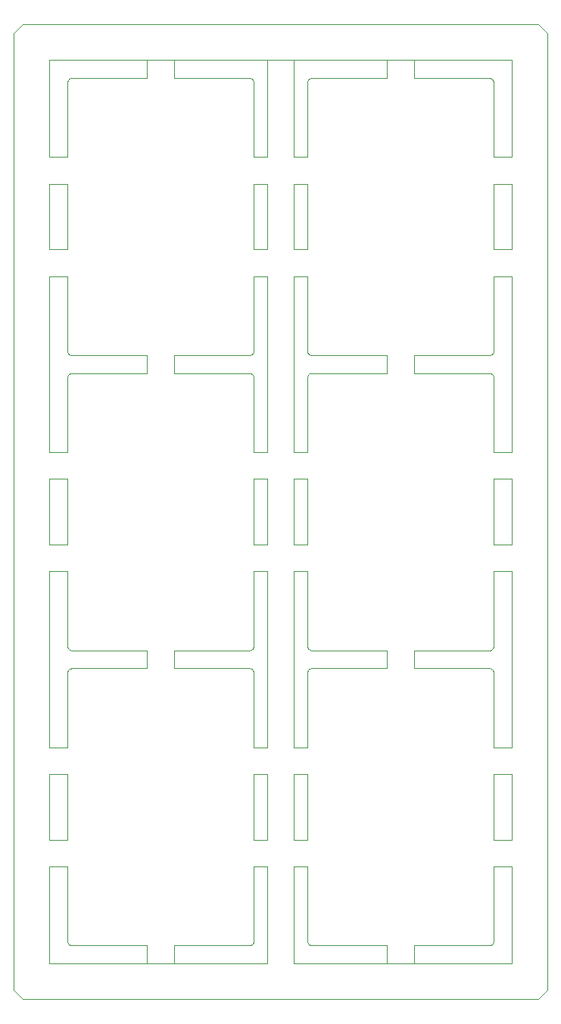
<source format=gbr>
%TF.GenerationSoftware,KiCad,Pcbnew,(6.0.0)*%
%TF.CreationDate,2022-01-18T21:24:02-05:00*%
%TF.ProjectId,WSOIC-24_7.5mm PANEL,57534f49-432d-4323-945f-372e356d6d20,rev?*%
%TF.SameCoordinates,Original*%
%TF.FileFunction,Profile,NP*%
%FSLAX46Y46*%
G04 Gerber Fmt 4.6, Leading zero omitted, Abs format (unit mm)*
G04 Created by KiCad (PCBNEW (6.0.0)) date 2022-01-18 21:24:02*
%MOMM*%
%LPD*%
G01*
G04 APERTURE LIST*
%TA.AperFunction,Profile*%
%ADD10C,0.100000*%
%TD*%
G04 APERTURE END LIST*
D10*
X60412210Y-100936829D02*
X60408733Y-100910408D01*
X39773653Y-131357558D02*
X39794835Y-131373812D01*
X60359530Y-100758950D02*
X60332893Y-100712809D01*
X60359530Y-67770945D02*
X60346790Y-67747480D01*
X60113001Y-98439007D02*
X60137101Y-98427512D01*
X51499997Y-65493302D02*
X59905996Y-65494997D01*
X61910998Y-56664331D02*
X61910998Y-76321001D01*
X59909999Y-100479000D02*
X51499997Y-100479852D01*
X39587888Y-76321001D02*
X37587997Y-76321001D01*
X89240003Y-112310336D02*
X89240003Y-119639672D01*
X48499997Y-100480156D02*
X40093996Y-100481008D01*
X39962283Y-100498345D02*
X39936682Y-100505928D01*
X89240003Y-43335664D02*
X87242447Y-43335664D01*
X66411892Y-122639672D02*
X66413004Y-130962034D01*
X60414996Y-68002003D02*
X60412210Y-67948824D01*
X87240212Y-34960767D02*
X87231886Y-34908196D01*
X48499997Y-34506695D02*
X40093970Y-34504998D01*
X64912998Y-119639672D02*
X64912998Y-112310336D01*
X78326002Y-34507302D02*
X78326002Y-32506998D01*
X39962283Y-131453670D02*
X40014397Y-131464744D01*
X66622800Y-34602224D02*
X66581436Y-34635720D01*
X87199008Y-67794998D02*
X87174823Y-67747526D01*
X87241756Y-119639672D02*
X87242247Y-112310336D01*
X60381198Y-67819618D02*
X60359530Y-67770945D01*
X86813654Y-98476731D02*
X86865717Y-98465665D01*
X87241000Y-64989971D02*
X87241556Y-56664331D01*
X60414297Y-98000668D02*
X60411000Y-97969946D01*
X39588999Y-100990061D02*
X39587888Y-109310336D01*
X66622842Y-65397802D02*
X66667481Y-65426791D01*
X59959227Y-100483799D02*
X59909999Y-100479000D01*
X59959227Y-34507789D02*
X59932550Y-34505694D01*
X66581436Y-65364275D02*
X66622842Y-65397802D01*
X59909927Y-34508999D02*
X51499997Y-34507301D01*
X66895338Y-65494298D02*
X66920066Y-65491000D01*
X60137101Y-34560488D02*
X60088430Y-34538815D01*
X66510199Y-98273164D02*
X66543726Y-98314570D01*
X39734098Y-67642067D02*
X39698446Y-67681659D01*
X60414297Y-130988673D02*
X60411000Y-130959942D01*
X87054347Y-131357558D02*
X87093902Y-131321943D01*
X39962233Y-34522349D02*
X39911563Y-34538815D01*
X89240003Y-76321001D02*
X87242447Y-76321001D01*
X86891268Y-131446103D02*
X86941008Y-131427012D01*
X86734003Y-65494997D02*
X86787182Y-65492211D01*
X60088381Y-65461199D02*
X60137054Y-65439531D01*
X89240003Y-86651002D02*
X87241756Y-86651002D01*
X87011246Y-98400871D02*
X87054307Y-98369586D01*
X87011246Y-65412866D02*
X87054307Y-65381581D01*
X39667128Y-131239250D02*
X39698446Y-131282351D01*
X66739619Y-131437209D02*
X66790240Y-131453656D01*
X39862892Y-100536498D02*
X39816754Y-100563139D01*
X39591260Y-98053602D02*
X39596125Y-98079855D01*
X87129554Y-98294346D02*
X87160872Y-98251245D01*
X60412210Y-67948824D02*
X60408725Y-67922352D01*
X39682192Y-34714836D02*
X39653177Y-34759521D01*
X87174823Y-131216484D02*
X87198987Y-131169060D01*
X37587997Y-76321001D02*
X37587997Y-56664331D01*
X61910998Y-112310336D02*
X61910998Y-119639672D01*
X66419275Y-67922352D02*
X66413707Y-67975282D01*
X61910998Y-86651002D02*
X60412509Y-86651002D01*
X66430341Y-100858294D02*
X66419275Y-100910357D01*
X39587888Y-109310336D02*
X37587997Y-109310336D01*
X66495107Y-67724804D02*
X66468470Y-67770945D01*
X39698413Y-65306301D02*
X39734061Y-65345896D01*
X59932550Y-34505694D02*
X59909927Y-34508999D01*
X66919999Y-131471000D02*
X75326002Y-131471003D01*
X60359506Y-98205107D02*
X60371001Y-98181007D01*
X66868825Y-34507784D02*
X66842353Y-34511269D01*
X60284274Y-131302575D02*
X60317770Y-131261211D01*
X39640487Y-65217102D02*
X39667128Y-65263240D01*
X39640463Y-67770945D02*
X39618795Y-67819618D01*
X39667100Y-100712809D02*
X39640463Y-100758950D01*
X39862892Y-34560488D02*
X39816798Y-34587101D01*
X86891318Y-34529918D02*
X86865717Y-34522335D01*
X66622842Y-67590198D02*
X66601660Y-67606452D01*
X60205158Y-100578203D02*
X60160473Y-100549188D01*
X61910998Y-89651002D02*
X61910998Y-109310336D01*
X37587997Y-112310336D02*
X39587488Y-112310336D01*
X87242447Y-109310336D02*
X87242307Y-100963395D01*
X66562105Y-98333938D02*
X66601660Y-98369553D01*
X39596125Y-131067860D02*
X39609901Y-131119272D01*
X60183239Y-98400871D02*
X60226300Y-98369586D01*
X39962283Y-67510340D02*
X39936682Y-67517923D01*
X87145808Y-131261169D02*
X87174823Y-131216484D01*
X78326002Y-67490698D02*
X78326002Y-65493301D01*
X66562068Y-67642104D02*
X66526420Y-67681699D01*
X66411892Y-56664331D02*
X66413703Y-65012663D01*
X66468494Y-34782893D02*
X66456999Y-34806993D01*
X37587997Y-46335664D02*
X39587487Y-46335664D01*
X60390092Y-34856733D02*
X60371001Y-34806993D01*
X60414300Y-65012551D02*
X60411000Y-64989927D01*
X39585693Y-65012610D02*
X39591260Y-65065597D01*
X39587788Y-34960767D02*
X39585693Y-34987444D01*
X61910998Y-32505998D02*
X61910998Y-43335664D01*
X39839474Y-65426791D02*
X39886944Y-65450981D01*
X66921977Y-67493003D02*
X66868825Y-67495789D01*
X64912998Y-112310336D02*
X66410512Y-112310336D01*
X60160519Y-65426791D02*
X60205158Y-65397802D01*
X87243003Y-35013971D02*
X87240212Y-34960767D01*
X66446802Y-131144392D02*
X66468470Y-131193065D01*
X86813654Y-65488726D02*
X86865717Y-65477660D01*
X39698446Y-131282351D02*
X39734061Y-131321906D01*
X60397659Y-100858294D02*
X60381198Y-100807623D01*
X60011798Y-100492125D02*
X59959227Y-100483799D01*
X66410112Y-43335664D02*
X64912998Y-43335664D01*
X60397659Y-65117711D02*
X60408733Y-65065597D01*
X64912998Y-53664331D02*
X64912998Y-46335664D01*
X39734098Y-34654062D02*
X39715719Y-34673430D01*
X86988480Y-67561183D02*
X86941008Y-67536998D01*
X60063261Y-67517907D02*
X60011798Y-67504120D01*
X60265932Y-100630109D02*
X60226340Y-100594457D01*
X33586997Y-29503998D02*
X33586997Y-136472007D01*
X66667527Y-131402827D02*
X66714951Y-131426991D01*
X51499997Y-98482153D02*
X59905996Y-98483002D01*
X86988480Y-131402827D02*
X87011246Y-131388876D01*
X66415790Y-131015186D02*
X66419267Y-131041607D01*
X39618795Y-67819618D02*
X39602334Y-67870289D01*
X39586508Y-53664331D02*
X37587997Y-53664331D01*
X66468470Y-67770945D02*
X66446802Y-67819618D01*
X37587997Y-43335664D02*
X37587997Y-32505998D01*
X39628992Y-98181007D02*
X39653177Y-98228479D01*
X89240003Y-46335664D02*
X89240003Y-53664331D01*
X37587997Y-133470007D02*
X37587997Y-122639672D01*
X39591260Y-100910408D02*
X39585693Y-100963443D01*
X66409000Y-68000000D02*
X66410111Y-76321001D01*
X60359530Y-65217055D02*
X60381198Y-65168382D01*
X66526420Y-67681699D02*
X66495107Y-67724804D01*
X78326002Y-65493301D02*
X86734003Y-65494997D01*
X39609901Y-98131267D02*
X39628992Y-98181007D01*
X64912998Y-79321001D02*
X66410512Y-79321001D01*
X37587997Y-119639672D02*
X37587997Y-112310336D01*
X60370980Y-131169060D02*
X60381198Y-131144392D01*
X59959175Y-65492211D02*
X59985647Y-65488726D01*
X89240003Y-89651002D02*
X89240003Y-109310336D01*
X60408725Y-67922352D02*
X60397645Y-67870239D01*
X59985596Y-98476739D02*
X60011849Y-98471874D01*
X86760669Y-34505697D02*
X86729946Y-34508999D01*
X86734003Y-98483002D02*
X86787182Y-98480216D01*
X60205200Y-67590229D02*
X60183195Y-67575106D01*
X87129554Y-65306341D02*
X87160872Y-65263240D01*
X60408733Y-65065597D02*
X60414300Y-65012551D01*
X87187513Y-98205107D02*
X87209186Y-98156436D01*
X39753429Y-65364275D02*
X39794835Y-65397802D01*
X60411000Y-64989927D02*
X60412110Y-56664331D01*
X66868825Y-100483794D02*
X66842353Y-100487279D01*
X48499997Y-32506998D02*
X48499997Y-34506695D01*
X34585997Y-28504998D02*
X33586997Y-29503998D01*
X60332893Y-65263196D02*
X60359530Y-65217055D01*
X60226340Y-65381548D02*
X60265932Y-65345896D01*
X66430341Y-67870289D02*
X66419275Y-67922352D01*
X39667128Y-65263240D02*
X39698413Y-65306301D01*
X60317801Y-34714836D02*
X60284274Y-34673430D01*
X60332893Y-100712809D02*
X60301580Y-100669704D01*
X39936682Y-98458082D02*
X39962283Y-98465665D01*
X66842353Y-67499274D02*
X66790290Y-67510340D01*
X64912998Y-43335664D02*
X64912998Y-32505998D01*
X39734061Y-98333901D02*
X39773653Y-98369553D01*
X78326002Y-98482153D02*
X86734003Y-98483002D01*
X39585693Y-100963443D02*
X39588999Y-100990061D01*
X60246603Y-34635755D02*
X60226300Y-34618414D01*
X89240003Y-32505998D02*
X89240003Y-43335664D01*
X60137101Y-67548493D02*
X60088430Y-67526820D01*
X66446802Y-67819618D02*
X66430341Y-67870289D01*
X60265895Y-131321943D02*
X60284274Y-131302575D01*
X66468470Y-131193065D02*
X66495107Y-131239206D01*
X66868825Y-67495789D02*
X66842353Y-67499274D01*
X39936682Y-100505928D02*
X39886992Y-100525003D01*
X86813603Y-67499266D02*
X86730076Y-67489002D01*
X66790290Y-34522335D02*
X66739619Y-34538796D01*
X39667128Y-98251245D02*
X39698446Y-98294346D01*
X66437924Y-65143312D02*
X66456999Y-65193002D01*
X40067331Y-131470308D02*
X48499997Y-131471003D01*
X87199008Y-34806993D02*
X87174823Y-34759521D01*
X87231875Y-67896150D02*
X87218083Y-67844688D01*
X87241556Y-56664331D02*
X89240003Y-56664331D01*
X87174823Y-100735531D02*
X87145808Y-100690846D01*
X89240003Y-119639672D02*
X87241756Y-119639672D01*
X60413487Y-79321001D02*
X61910998Y-79321001D01*
X60246603Y-67623760D02*
X60205200Y-67590229D01*
X66644805Y-34587101D02*
X66622800Y-34602224D01*
X66526453Y-131282351D02*
X66562105Y-131321943D01*
X61910998Y-79321001D02*
X61910998Y-86651002D01*
X66842404Y-98476739D02*
X66895338Y-98482303D01*
X93241003Y-136472007D02*
X93241003Y-29503998D01*
X66419275Y-100910357D02*
X66413707Y-100963294D01*
X39698446Y-98294346D02*
X39734061Y-98333901D01*
X59985647Y-131464736D02*
X60037710Y-131453670D01*
X59910102Y-67489005D02*
X51499997Y-67490698D01*
X66468470Y-100758950D02*
X66446802Y-100807623D01*
X60183195Y-67575106D02*
X60137101Y-67548493D01*
X86865717Y-65477660D02*
X86891318Y-65470077D01*
X60284274Y-34673430D02*
X60246603Y-34635755D01*
X66410512Y-79321001D02*
X66411491Y-86651002D01*
X66419267Y-131041607D02*
X66430341Y-131093721D01*
X61910998Y-53664331D02*
X60412510Y-53664331D01*
X66415790Y-98027181D02*
X66419275Y-98053653D01*
X39609901Y-34856733D02*
X39596125Y-34908145D01*
X87241756Y-86651002D02*
X87242247Y-79321001D01*
X66622842Y-100578203D02*
X66601660Y-100594457D01*
X89240003Y-56664331D02*
X89240003Y-76321001D01*
X39839520Y-131402827D02*
X39886944Y-131426991D01*
X48499997Y-133469007D02*
X51499997Y-133469007D01*
X66413703Y-65012663D02*
X66419267Y-65065597D01*
X60284274Y-67661435D02*
X60246603Y-67623760D01*
X66816202Y-131459890D02*
X66868773Y-131468216D01*
X60412109Y-89651002D02*
X61910998Y-89651002D01*
X60412205Y-34960767D02*
X60403868Y-34908145D01*
X60408733Y-98053602D02*
X60414297Y-98000668D01*
X66601700Y-131357591D02*
X66644761Y-131388876D01*
X51499997Y-32506998D02*
X48499997Y-32506998D01*
X60371001Y-98181007D02*
X60390076Y-98131317D01*
X40014397Y-131464744D02*
X40067331Y-131470308D01*
X61910998Y-119639672D02*
X60412509Y-119639672D01*
X87074571Y-34635720D02*
X87033165Y-34602193D01*
X66419267Y-34934398D02*
X66413708Y-34987269D01*
X61910998Y-109310336D02*
X60413887Y-109310336D01*
X60011849Y-98471874D02*
X60063311Y-98458082D01*
X60371001Y-34806993D02*
X60346816Y-34759521D01*
X87242247Y-46335664D02*
X89240003Y-46335664D01*
X66409000Y-35010000D02*
X66410112Y-43335664D01*
X39962283Y-65477660D02*
X40014397Y-65488734D01*
X60301580Y-65306301D02*
X60332893Y-65263196D01*
X66410111Y-76321001D02*
X64912998Y-76321001D01*
X40067331Y-98482303D02*
X40090028Y-98481000D01*
X66413707Y-67975282D02*
X66409000Y-68000000D01*
X51499997Y-133469007D02*
X51499997Y-131471004D01*
X39584997Y-130962034D02*
X39587788Y-131015238D01*
X48499997Y-67491304D02*
X40093996Y-67493003D01*
X60113049Y-100525024D02*
X60088381Y-100514806D01*
X59985596Y-67499266D02*
X59932725Y-67493707D01*
X66446802Y-98156387D02*
X66468470Y-98205060D01*
X89240003Y-79321001D02*
X89240003Y-86651002D01*
X60413887Y-109310336D02*
X60414996Y-100989981D01*
X66790290Y-65477660D02*
X66842404Y-65488734D01*
X39886944Y-98438986D02*
X39936682Y-98458082D01*
X39816754Y-100563139D02*
X39773693Y-100594424D01*
X87236732Y-98053653D02*
X87242304Y-98000668D01*
X60414996Y-35013971D02*
X60412205Y-34960767D01*
X87225666Y-100858294D02*
X87218083Y-100832693D01*
X60397659Y-98105716D02*
X60408733Y-98053602D01*
X86865717Y-98465665D02*
X86891318Y-98458082D01*
X66714999Y-98439007D02*
X66764689Y-98458082D01*
X60412509Y-119639672D02*
X60413487Y-112310336D01*
X87231886Y-34908196D02*
X87218099Y-34856733D01*
X60412110Y-56664331D02*
X61910998Y-56664331D01*
X39911563Y-34538815D02*
X39862892Y-34560488D01*
X86787182Y-65492211D02*
X86813654Y-65488726D01*
X66468494Y-65217102D02*
X66495135Y-65263240D01*
X87242447Y-76321001D02*
X87242307Y-67975390D01*
X37587997Y-79321001D02*
X39587488Y-79321001D01*
X75326002Y-100480156D02*
X66922003Y-100481008D01*
X39988195Y-34516115D02*
X39962233Y-34522349D01*
X86941008Y-67536998D02*
X86891318Y-67517923D01*
X61910998Y-133470007D02*
X37587997Y-133470007D01*
X66526453Y-34693654D02*
X66510199Y-34714836D01*
X64912998Y-109310336D02*
X64912998Y-89651002D01*
X39698446Y-67681659D02*
X39667100Y-67724804D01*
X87054347Y-67606452D02*
X87011246Y-67575134D01*
X60037710Y-65477660D02*
X60088381Y-65461199D01*
X87241556Y-89651002D02*
X89240003Y-89651002D01*
X87242307Y-100963395D02*
X87236740Y-100910408D01*
X39628992Y-34806993D02*
X39609901Y-34856733D01*
X66526420Y-65306301D02*
X66562068Y-65345896D01*
X39628992Y-65193002D02*
X39640487Y-65217102D01*
X60408733Y-131041607D02*
X60414297Y-130988673D01*
X86916437Y-100514825D02*
X86891268Y-100505912D01*
X39886944Y-131426991D02*
X39936682Y-131446087D01*
X61910998Y-76321001D02*
X60413887Y-76321001D01*
X60301580Y-98294306D02*
X60332893Y-98251201D01*
X89240003Y-109310336D02*
X87242447Y-109310336D01*
X39816754Y-67575134D02*
X39773693Y-67606419D01*
X66601660Y-100594457D02*
X66562068Y-100630109D01*
X75326002Y-98481849D02*
X75326002Y-100480156D01*
X87054307Y-65381581D02*
X87093902Y-65345933D01*
X40093996Y-100481008D02*
X40040818Y-100483794D01*
X60137101Y-98427512D02*
X60183239Y-98400871D01*
X60205158Y-65397802D02*
X60226340Y-65381548D01*
X87198987Y-131169060D02*
X87218083Y-131119322D01*
X39586108Y-56664331D02*
X39585693Y-65012610D01*
X87033165Y-34602193D02*
X86988526Y-34573204D01*
X66430341Y-65117711D02*
X66437924Y-65143312D01*
X87218099Y-34856733D02*
X87199008Y-34806993D01*
X86941008Y-98439007D02*
X86988480Y-98414822D01*
X66739619Y-65461199D02*
X66790290Y-65477660D01*
X66816151Y-98471874D02*
X66842404Y-98476739D01*
X39628992Y-131169012D02*
X39653177Y-131216484D01*
X93241003Y-29503998D02*
X92242003Y-28504998D01*
X66510199Y-34714836D02*
X66495107Y-34736799D01*
X66430341Y-131093721D02*
X66446802Y-131144392D01*
X66667481Y-65426791D02*
X66714951Y-65450981D01*
X60403868Y-34908145D02*
X60390092Y-34856733D01*
X86787234Y-131468216D02*
X86839805Y-131459890D01*
X66411892Y-89651002D02*
X66413004Y-97974003D01*
X66495107Y-34736799D02*
X66468494Y-34782893D01*
X66419275Y-98053653D02*
X66430355Y-98105766D01*
X66764689Y-98458082D02*
X66816151Y-98471874D01*
X66644761Y-131388876D02*
X66667527Y-131402827D01*
X51499997Y-131471004D02*
X59905996Y-131471007D01*
X86891318Y-98458082D02*
X86941008Y-98439007D01*
X66790290Y-100498345D02*
X66739619Y-100514806D01*
X39715719Y-34673430D02*
X39682192Y-34714836D01*
X34585997Y-137471007D02*
X92242003Y-137471007D01*
X60246603Y-98352245D02*
X60284239Y-98314609D01*
X39653177Y-131216484D02*
X39667128Y-131239250D01*
X86839805Y-100492125D02*
X86787234Y-100483799D01*
X60346816Y-131216484D02*
X60370980Y-131169060D01*
X87236740Y-131041607D02*
X87242304Y-130988673D01*
X37587997Y-32505998D02*
X89240003Y-32505998D01*
X78326002Y-133469007D02*
X78326002Y-131471004D01*
X86839856Y-67504131D02*
X86813603Y-67499266D01*
X66456999Y-65193002D02*
X66468494Y-65217102D01*
X60063311Y-98458082D02*
X60113001Y-98439007D01*
X39609901Y-65143262D02*
X39628992Y-65193002D01*
X40014346Y-67499274D02*
X39962283Y-67510340D01*
X66644761Y-98400871D02*
X66667527Y-98414822D01*
X78326002Y-131471004D02*
X86734030Y-131471007D01*
X40040818Y-34507784D02*
X39988195Y-34516115D01*
X66410512Y-46335664D02*
X66411491Y-53664331D01*
X60332893Y-98251201D02*
X60359506Y-98205107D01*
X48499997Y-98481850D02*
X48499997Y-100480156D01*
X87242304Y-130988673D02*
X87241000Y-130959977D01*
X66424121Y-34908196D02*
X66419267Y-34934398D01*
X87209186Y-65168431D02*
X87225652Y-65117761D01*
X40090072Y-65491000D02*
X48499997Y-65492696D01*
X66562068Y-100630109D02*
X66526420Y-100669704D01*
X87236732Y-65065648D02*
X87242304Y-65012663D01*
X59932662Y-98482303D02*
X59985596Y-98476739D01*
X39596125Y-34908145D02*
X39587788Y-34960767D01*
X87033207Y-100578234D02*
X87011202Y-100563111D01*
X86730088Y-100479003D02*
X78326002Y-100479851D01*
X39587487Y-46335664D02*
X39586508Y-53664331D01*
X66667527Y-67561183D02*
X66622842Y-67590198D01*
X60088430Y-67526820D02*
X60063261Y-67517907D01*
X66739619Y-67526801D02*
X66714951Y-67537019D01*
X66437924Y-34856683D02*
X66424121Y-34908196D01*
X60413887Y-43335664D02*
X60414996Y-35013971D01*
X86941056Y-34549014D02*
X86891318Y-34529918D01*
X87242247Y-112310336D02*
X89240003Y-112310336D01*
X61910998Y-43335664D02*
X60413887Y-43335664D01*
X86813603Y-34511261D02*
X86760669Y-34505697D01*
X59959175Y-131468221D02*
X59985647Y-131464736D01*
X39734061Y-65345896D02*
X39753429Y-65364275D01*
X87174823Y-34759521D02*
X87160872Y-34736755D01*
X64912998Y-46335664D02*
X66410512Y-46335664D01*
X87145808Y-100690846D02*
X87112281Y-100649440D01*
X66562105Y-131321943D02*
X66601700Y-131357591D01*
X87054307Y-98369586D02*
X87093902Y-98333938D01*
X66411491Y-119639672D02*
X64912998Y-119639672D01*
X64912998Y-89651002D02*
X66411892Y-89651002D01*
X39588999Y-35010072D02*
X39587888Y-43335664D01*
X86734030Y-131471007D02*
X86787234Y-131468216D01*
X39596125Y-98079855D02*
X39609901Y-98131267D01*
X60137101Y-131415517D02*
X60183195Y-131388904D01*
X39734061Y-131321906D02*
X39773653Y-131357558D01*
X39587488Y-79321001D02*
X39586509Y-86651002D01*
X39602334Y-100858294D02*
X39591260Y-100910408D01*
X87093902Y-131321943D02*
X87129554Y-131282351D01*
X66411491Y-86651002D02*
X64912998Y-86651002D01*
X75326002Y-67491304D02*
X66921977Y-67493003D01*
X40093996Y-67493003D02*
X40040818Y-67495789D01*
X75326002Y-133469007D02*
X78326002Y-133469007D01*
X86891318Y-65470077D02*
X86941008Y-65451002D01*
X87074610Y-100611765D02*
X87033207Y-100578234D01*
X60011798Y-34516115D02*
X59959227Y-34507789D01*
X66562068Y-34654099D02*
X66526453Y-34693654D01*
X60412509Y-86651002D02*
X60413487Y-79321001D01*
X75326002Y-32506998D02*
X75326002Y-34506695D01*
X39602334Y-67870289D02*
X39591260Y-67922403D01*
X60088381Y-131437209D02*
X60137101Y-131415517D01*
X40093970Y-34504998D02*
X40040818Y-34507784D01*
X39587488Y-112310336D02*
X39586509Y-119639672D01*
X64912998Y-122639672D02*
X66411892Y-122639672D01*
X86965108Y-100536498D02*
X86916437Y-100514825D01*
X60411000Y-130959942D02*
X60412109Y-122639672D01*
X86891268Y-100505912D02*
X86839805Y-100492125D01*
X39586108Y-122639672D02*
X39584997Y-130962034D01*
X66430355Y-98105766D02*
X66446802Y-98156387D01*
X51499997Y-34507301D02*
X51499997Y-32506998D01*
X39586108Y-89651002D02*
X39585693Y-98000615D01*
X87218083Y-67844688D02*
X87199008Y-67794998D01*
X40014346Y-100487279D02*
X39962283Y-100498345D01*
X66446802Y-100807623D02*
X66430341Y-100858294D01*
X86787182Y-98480216D02*
X86813654Y-98476731D01*
X87011202Y-100563111D02*
X86965108Y-100536498D01*
X39640463Y-100758950D02*
X39618795Y-100807623D01*
X60088381Y-100514806D02*
X60037760Y-100498359D01*
X89240003Y-53664331D02*
X87241757Y-53664331D01*
X39586509Y-119639672D02*
X37587997Y-119639672D01*
X87160872Y-98251245D02*
X87187513Y-98205107D01*
X92242003Y-28504998D02*
X34585997Y-28504998D01*
X64912998Y-76321001D02*
X64912998Y-56664331D01*
X66413708Y-34987269D02*
X66409000Y-35010000D01*
X61910998Y-122639672D02*
X61910998Y-133470007D01*
X60317770Y-67702799D02*
X60284274Y-67661435D01*
X60346790Y-67747480D02*
X60317770Y-67702799D01*
X66714951Y-100525024D02*
X66667527Y-100549188D01*
X39911612Y-65461199D02*
X39962283Y-65477660D01*
X75326002Y-131471003D02*
X75326002Y-133469007D01*
X66413004Y-97974003D02*
X66415790Y-98027181D01*
X87241757Y-53664331D02*
X87242247Y-46335664D01*
X60183195Y-34587101D02*
X60137101Y-34560488D01*
X66895338Y-98482303D02*
X66920026Y-98481000D01*
X87218083Y-100832693D02*
X87198987Y-100782955D01*
X87093902Y-65345933D02*
X87129554Y-65306341D01*
X39591260Y-65065597D02*
X39596125Y-65091850D01*
X75326002Y-34506695D02*
X66922004Y-34504998D01*
X39773693Y-34618414D02*
X39734098Y-34654062D01*
X87093939Y-34654099D02*
X87074571Y-34635720D01*
X60403868Y-131067860D02*
X60408733Y-131041607D01*
X87129554Y-34693654D02*
X87093939Y-34654099D01*
X89240003Y-133470007D02*
X64912998Y-133470007D01*
X60183195Y-131388904D02*
X60205200Y-131373781D01*
X86988526Y-34573204D02*
X86941056Y-34549014D01*
X87242304Y-65012663D02*
X87241000Y-64989971D01*
X60412109Y-122639672D02*
X61910998Y-122639672D01*
X37587997Y-86651002D02*
X37587997Y-79321001D01*
X87112281Y-100649440D02*
X87074610Y-100611765D01*
X60390092Y-131119272D02*
X60403868Y-131067860D01*
X60226300Y-98369586D02*
X60246603Y-98352245D01*
X40014397Y-65488734D02*
X40067331Y-65494298D01*
X39587788Y-131015238D02*
X39596125Y-131067860D01*
X60037760Y-34522349D02*
X60011798Y-34516115D01*
X66667527Y-98414822D02*
X66714999Y-98439007D01*
X66526420Y-100669704D02*
X66495107Y-100712809D01*
X87236740Y-100910408D02*
X87225666Y-100858294D01*
X39653177Y-98228479D02*
X39667128Y-98251245D01*
X60346816Y-34759521D02*
X60317801Y-34714836D01*
X87225666Y-131093721D02*
X87236740Y-131041607D01*
X66495107Y-100712809D02*
X66468470Y-100758950D01*
X87011246Y-131388876D02*
X87054347Y-131357558D01*
X87129554Y-131282351D02*
X87145808Y-131261169D01*
X40014397Y-98476739D02*
X40067331Y-98482303D01*
X39585693Y-67975443D02*
X39588999Y-68000066D01*
X60381198Y-131144392D02*
X60390092Y-131119272D01*
X37587997Y-53664331D02*
X37587997Y-46335664D01*
X39667100Y-67724804D02*
X39640463Y-67770945D01*
X78326002Y-100479851D02*
X78326002Y-98482153D01*
X39773693Y-100594424D02*
X39734098Y-100630072D01*
X61910998Y-46335664D02*
X61910998Y-53664331D01*
X40067331Y-65494298D02*
X40090072Y-65491000D01*
X66601660Y-67606452D02*
X66562068Y-67642104D01*
X39587888Y-43335664D02*
X37587997Y-43335664D01*
X37587997Y-109310336D02*
X37587997Y-89651002D01*
X60160473Y-100549188D02*
X60113049Y-100525024D01*
X39609901Y-131119272D02*
X39628992Y-131169012D01*
X60381198Y-100807623D02*
X60359530Y-100758950D01*
X39886992Y-67536998D02*
X39862892Y-67548493D01*
X60411000Y-97969946D02*
X60412109Y-89651002D01*
X64912998Y-32505998D02*
X61910998Y-32505998D01*
X87242307Y-67975390D02*
X87236740Y-67922403D01*
X87241000Y-130959977D02*
X87241556Y-122639672D01*
X66419267Y-65065597D02*
X66430341Y-65117711D01*
X39794835Y-98385807D02*
X39839520Y-98414822D01*
X60205200Y-131373781D02*
X60226340Y-131357558D01*
X66468470Y-98205060D02*
X66481210Y-98228525D01*
X87241000Y-97969978D02*
X87241556Y-89651002D01*
X39936682Y-131446087D02*
X39962283Y-131453670D01*
X60412510Y-53664331D02*
X60413487Y-46335664D01*
X39816798Y-34587101D02*
X39773693Y-34618414D01*
X60037760Y-100498359D02*
X60011798Y-100492125D01*
X39596125Y-65091850D02*
X39609901Y-65143262D01*
X86730076Y-67489002D02*
X78326002Y-67490698D01*
X40040818Y-67495789D02*
X40014346Y-67499274D01*
X40040818Y-100483794D02*
X40014346Y-100487279D01*
X66739619Y-34538796D02*
X66690899Y-34560488D01*
X37587997Y-89651002D02*
X39586108Y-89651002D01*
X37587997Y-56664331D02*
X39586108Y-56664331D01*
X86988480Y-98414822D02*
X87011246Y-98400871D01*
X60390076Y-98131317D02*
X60397659Y-98105716D01*
X86941008Y-131427012D02*
X86988480Y-131402827D01*
X66456999Y-34806993D02*
X66437924Y-34856683D01*
X39794835Y-131373812D02*
X39839520Y-131402827D01*
X51499997Y-100479852D02*
X51499997Y-98482153D01*
X87209186Y-98156436D02*
X87225652Y-98105766D01*
X87160872Y-34736755D02*
X87129554Y-34693654D01*
X60413487Y-112310336D02*
X61910998Y-112310336D01*
X60381198Y-65168382D02*
X60397659Y-65117711D01*
X39773653Y-98369553D02*
X39794835Y-98385807D01*
X60011798Y-67504120D02*
X59985596Y-67499266D01*
X60226340Y-131357558D02*
X60265895Y-131321943D01*
X87145808Y-67702841D02*
X87129554Y-67681659D01*
X60284239Y-98314609D02*
X60301580Y-98294306D01*
X39586509Y-86651002D02*
X37587997Y-86651002D01*
X66714951Y-67537019D02*
X66667527Y-67561183D01*
X48499997Y-65492696D02*
X48499997Y-67491304D01*
X66920066Y-65491000D02*
X75326002Y-65492696D01*
X87241556Y-122639672D02*
X89240003Y-122639672D01*
X39585693Y-34987444D02*
X39588999Y-35010072D01*
X64912998Y-133470007D02*
X64912998Y-122639672D01*
X66868773Y-131468216D02*
X66919999Y-131471000D01*
X59905996Y-131471007D02*
X59959175Y-131468221D01*
X87198987Y-100782955D02*
X87174823Y-100735531D01*
X60137054Y-65439531D02*
X60160519Y-65426791D01*
X66413004Y-130962034D02*
X66415790Y-131015186D01*
X59985647Y-65488726D02*
X60037710Y-65477660D01*
X66601660Y-98369553D02*
X66644761Y-98400871D01*
X39618795Y-100807623D02*
X39602334Y-100858294D01*
X89240003Y-122639672D02*
X89240003Y-133470007D01*
X75326002Y-65492696D02*
X75326002Y-67491304D01*
X60408733Y-100910408D02*
X60397659Y-100858294D01*
X86729946Y-34508999D02*
X78326002Y-34507302D01*
X87093902Y-98333938D02*
X87129554Y-98294346D01*
X39886944Y-65450981D02*
X39911612Y-65461199D01*
X60265932Y-65345896D02*
X60301580Y-65306301D01*
X66410512Y-112310336D02*
X66411491Y-119639672D01*
X66581436Y-34635720D02*
X66562068Y-34654099D01*
X66495107Y-131239206D02*
X66526453Y-131282351D01*
X37587997Y-122639672D02*
X39586108Y-122639672D01*
X39839520Y-98414822D02*
X39886944Y-98438986D01*
X39734098Y-100630072D02*
X39698446Y-100669664D01*
X60397645Y-67870239D02*
X60381198Y-67819618D01*
X39585693Y-98000615D02*
X39591260Y-98053602D01*
X39962283Y-98465665D02*
X40014397Y-98476739D01*
X87225652Y-98105766D02*
X87236732Y-98053653D01*
X66790290Y-67510340D02*
X66739619Y-67526801D01*
X92242003Y-137471007D02*
X93241003Y-136472007D01*
X66413707Y-100963294D02*
X66409000Y-100990000D01*
X87129554Y-67681659D02*
X87093902Y-67642067D01*
X48499997Y-131471003D02*
X48499997Y-133469007D01*
X39698446Y-100669664D02*
X39667100Y-100712809D01*
X60226340Y-100594457D02*
X60205158Y-100578203D01*
X87236740Y-67922403D02*
X87231875Y-67896150D01*
X59905996Y-65494997D02*
X59959175Y-65492211D01*
X64912998Y-56664331D02*
X66411892Y-56664331D01*
X39653177Y-34759521D02*
X39628992Y-34806993D01*
X66714951Y-65450981D02*
X66739619Y-65461199D01*
X87187513Y-65217102D02*
X87209186Y-65168431D01*
X39773693Y-67606419D02*
X39734098Y-67642067D01*
X86988480Y-65426817D02*
X87011246Y-65412866D01*
X66920026Y-98481000D02*
X75326002Y-98481849D01*
X59932725Y-67493707D02*
X59910102Y-67489005D01*
X39794835Y-65397802D02*
X39839474Y-65426791D01*
X66922003Y-100481008D02*
X66868825Y-100483794D01*
X66410111Y-109310336D02*
X64912998Y-109310336D01*
X66922004Y-34504998D02*
X66868825Y-34507784D01*
X40090028Y-98481000D02*
X48499997Y-98481850D01*
X66842353Y-34511269D02*
X66790290Y-34522335D01*
X59905996Y-98483002D02*
X59932662Y-98482303D01*
X60413487Y-46335664D02*
X61910998Y-46335664D01*
X39588999Y-68000066D02*
X39587888Y-76321001D01*
X60301580Y-100669704D02*
X60265932Y-100630109D01*
X87242247Y-79321001D02*
X89240003Y-79321001D01*
X66667527Y-100549188D02*
X66622842Y-100578203D01*
X87093902Y-67642067D02*
X87054347Y-67606452D01*
X64912998Y-86651002D02*
X64912998Y-79321001D01*
X66562068Y-65345896D02*
X66581436Y-65364275D01*
X87160872Y-65263240D02*
X87187513Y-65217102D01*
X66790240Y-131453656D02*
X66816202Y-131459890D01*
X87242447Y-43335664D02*
X87243003Y-35013971D01*
X66495135Y-65263240D02*
X66526420Y-65306301D01*
X60226300Y-34618414D02*
X60183195Y-34587101D01*
X66714951Y-131426991D02*
X66739619Y-131437209D01*
X87011246Y-67575134D02*
X86988480Y-67561183D01*
X87242304Y-98000668D02*
X87241000Y-97969978D01*
X66409000Y-100990000D02*
X66410111Y-109310336D01*
X60037710Y-131453670D02*
X60088381Y-131437209D01*
X60413887Y-76321001D02*
X60414996Y-68002003D01*
X33586997Y-136472007D02*
X34585997Y-137471007D01*
X66739619Y-100514806D02*
X66714951Y-100525024D01*
X78326002Y-32506998D02*
X75326002Y-32506998D01*
X66411491Y-53664331D02*
X64912998Y-53664331D01*
X39886992Y-100525003D02*
X39862892Y-100536498D01*
X66690899Y-34560488D02*
X66644805Y-34587101D01*
X66543726Y-98314570D02*
X66562105Y-98333938D01*
X51499997Y-67490698D02*
X51499997Y-65493302D01*
X87225652Y-65117761D02*
X87236732Y-65065648D01*
X60317770Y-131261211D02*
X60346816Y-131216484D01*
X39591260Y-67922403D02*
X39585693Y-67975443D01*
X66842353Y-100487279D02*
X66790290Y-100498345D01*
X86941008Y-65451002D02*
X86988480Y-65426817D01*
X39862892Y-67548493D02*
X39816754Y-67575134D01*
X87218083Y-131119322D02*
X87225666Y-131093721D01*
X39936682Y-67517923D02*
X39886992Y-67536998D01*
X66481210Y-98228525D02*
X66510199Y-98273164D01*
X60414996Y-100989981D02*
X60412210Y-100936829D01*
X60088430Y-34538815D02*
X60037760Y-34522349D01*
X66842404Y-65488734D02*
X66895338Y-65494298D01*
X87174823Y-67747526D02*
X87145808Y-67702841D01*
X86891318Y-67517923D02*
X86839856Y-67504131D01*
X86865717Y-34522335D02*
X86813603Y-34511261D01*
X86839805Y-131459890D02*
X86891268Y-131446103D01*
X86787234Y-100483799D02*
X86730088Y-100479003D01*
M02*

</source>
